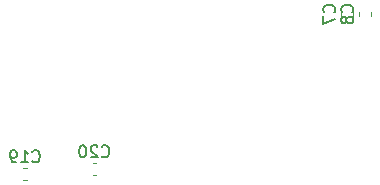
<source format=gbo>
G04 #@! TF.GenerationSoftware,KiCad,Pcbnew,6.0.6+dfsg-1~bpo11+1*
G04 #@! TF.CreationDate,2022-07-19T19:35:54+02:00*
G04 #@! TF.ProjectId,EnergyMeter,456e6572-6779-44d6-9574-65722e6b6963,rev?*
G04 #@! TF.SameCoordinates,Original*
G04 #@! TF.FileFunction,Legend,Bot*
G04 #@! TF.FilePolarity,Positive*
%FSLAX46Y46*%
G04 Gerber Fmt 4.6, Leading zero omitted, Abs format (unit mm)*
G04 Created by KiCad (PCBNEW 6.0.6+dfsg-1~bpo11+1) date 2022-07-19 19:35:54*
%MOMM*%
%LPD*%
G01*
G04 APERTURE LIST*
%ADD10C,0.150000*%
%ADD11C,0.120000*%
G04 APERTURE END LIST*
D10*
G04 #@! TO.C,C8*
X66227142Y-27733333D02*
X66274761Y-27685714D01*
X66322380Y-27542857D01*
X66322380Y-27447619D01*
X66274761Y-27304761D01*
X66179523Y-27209523D01*
X66084285Y-27161904D01*
X65893809Y-27114285D01*
X65750952Y-27114285D01*
X65560476Y-27161904D01*
X65465238Y-27209523D01*
X65370000Y-27304761D01*
X65322380Y-27447619D01*
X65322380Y-27542857D01*
X65370000Y-27685714D01*
X65417619Y-27733333D01*
X65750952Y-28304761D02*
X65703333Y-28209523D01*
X65655714Y-28161904D01*
X65560476Y-28114285D01*
X65512857Y-28114285D01*
X65417619Y-28161904D01*
X65370000Y-28209523D01*
X65322380Y-28304761D01*
X65322380Y-28495238D01*
X65370000Y-28590476D01*
X65417619Y-28638095D01*
X65512857Y-28685714D01*
X65560476Y-28685714D01*
X65655714Y-28638095D01*
X65703333Y-28590476D01*
X65750952Y-28495238D01*
X65750952Y-28304761D01*
X65798571Y-28209523D01*
X65846190Y-28161904D01*
X65941428Y-28114285D01*
X66131904Y-28114285D01*
X66227142Y-28161904D01*
X66274761Y-28209523D01*
X66322380Y-28304761D01*
X66322380Y-28495238D01*
X66274761Y-28590476D01*
X66227142Y-28638095D01*
X66131904Y-28685714D01*
X65941428Y-28685714D01*
X65846190Y-28638095D01*
X65798571Y-28590476D01*
X65750952Y-28495238D01*
G04 #@! TO.C,C7*
X64702142Y-27733333D02*
X64749761Y-27685714D01*
X64797380Y-27542857D01*
X64797380Y-27447619D01*
X64749761Y-27304761D01*
X64654523Y-27209523D01*
X64559285Y-27161904D01*
X64368809Y-27114285D01*
X64225952Y-27114285D01*
X64035476Y-27161904D01*
X63940238Y-27209523D01*
X63845000Y-27304761D01*
X63797380Y-27447619D01*
X63797380Y-27542857D01*
X63845000Y-27685714D01*
X63892619Y-27733333D01*
X63797380Y-28066666D02*
X63797380Y-28733333D01*
X64797380Y-28304761D01*
G04 #@! TO.C,C20*
X45042857Y-39927142D02*
X45090476Y-39974761D01*
X45233333Y-40022380D01*
X45328571Y-40022380D01*
X45471428Y-39974761D01*
X45566666Y-39879523D01*
X45614285Y-39784285D01*
X45661904Y-39593809D01*
X45661904Y-39450952D01*
X45614285Y-39260476D01*
X45566666Y-39165238D01*
X45471428Y-39070000D01*
X45328571Y-39022380D01*
X45233333Y-39022380D01*
X45090476Y-39070000D01*
X45042857Y-39117619D01*
X44661904Y-39117619D02*
X44614285Y-39070000D01*
X44519047Y-39022380D01*
X44280952Y-39022380D01*
X44185714Y-39070000D01*
X44138095Y-39117619D01*
X44090476Y-39212857D01*
X44090476Y-39308095D01*
X44138095Y-39450952D01*
X44709523Y-40022380D01*
X44090476Y-40022380D01*
X43471428Y-39022380D02*
X43376190Y-39022380D01*
X43280952Y-39070000D01*
X43233333Y-39117619D01*
X43185714Y-39212857D01*
X43138095Y-39403333D01*
X43138095Y-39641428D01*
X43185714Y-39831904D01*
X43233333Y-39927142D01*
X43280952Y-39974761D01*
X43376190Y-40022380D01*
X43471428Y-40022380D01*
X43566666Y-39974761D01*
X43614285Y-39927142D01*
X43661904Y-39831904D01*
X43709523Y-39641428D01*
X43709523Y-39403333D01*
X43661904Y-39212857D01*
X43614285Y-39117619D01*
X43566666Y-39070000D01*
X43471428Y-39022380D01*
G04 #@! TO.C,C19*
X39167857Y-40352142D02*
X39215476Y-40399761D01*
X39358333Y-40447380D01*
X39453571Y-40447380D01*
X39596428Y-40399761D01*
X39691666Y-40304523D01*
X39739285Y-40209285D01*
X39786904Y-40018809D01*
X39786904Y-39875952D01*
X39739285Y-39685476D01*
X39691666Y-39590238D01*
X39596428Y-39495000D01*
X39453571Y-39447380D01*
X39358333Y-39447380D01*
X39215476Y-39495000D01*
X39167857Y-39542619D01*
X38215476Y-40447380D02*
X38786904Y-40447380D01*
X38501190Y-40447380D02*
X38501190Y-39447380D01*
X38596428Y-39590238D01*
X38691666Y-39685476D01*
X38786904Y-39733095D01*
X37739285Y-40447380D02*
X37548809Y-40447380D01*
X37453571Y-40399761D01*
X37405952Y-40352142D01*
X37310714Y-40209285D01*
X37263095Y-40018809D01*
X37263095Y-39637857D01*
X37310714Y-39542619D01*
X37358333Y-39495000D01*
X37453571Y-39447380D01*
X37644047Y-39447380D01*
X37739285Y-39495000D01*
X37786904Y-39542619D01*
X37834523Y-39637857D01*
X37834523Y-39875952D01*
X37786904Y-39971190D01*
X37739285Y-40018809D01*
X37644047Y-40066428D01*
X37453571Y-40066428D01*
X37358333Y-40018809D01*
X37310714Y-39971190D01*
X37263095Y-39875952D01*
D11*
G04 #@! TO.C,C8*
X66790000Y-27759420D02*
X66790000Y-28040580D01*
X67810000Y-27759420D02*
X67810000Y-28040580D01*
G04 #@! TO.C,C7*
X65265000Y-27759420D02*
X65265000Y-28040580D01*
X66285000Y-27759420D02*
X66285000Y-28040580D01*
G04 #@! TO.C,C20*
X44540580Y-40490000D02*
X44259420Y-40490000D01*
X44540580Y-41510000D02*
X44259420Y-41510000D01*
G04 #@! TO.C,C19*
X38665580Y-41935000D02*
X38384420Y-41935000D01*
X38665580Y-40915000D02*
X38384420Y-40915000D01*
G04 #@! TD*
M02*

</source>
